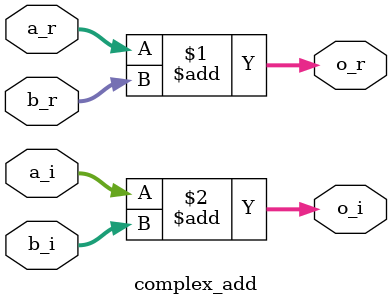
<source format=sv>
module complex_add #(
    parameter W =24
) (
    input  [W-1:0] a_r, 
    input  [W-1:0] a_i, 
    input  [W-1:0] b_r, 
    input  [W-1:0] b_i,

    output [W-1:0] o_r,
    output [W-1:0] o_i 
);

assign o_r = a_r + b_r;
assign o_i = a_i + b_i;
endmodule
</source>
